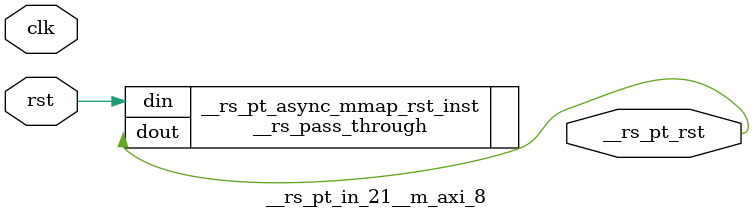
<source format=v>
`timescale 1 ns / 1 ps
/**   Generated by RapidStream   **/
module __rs_pt_in_21__m_axi_8 #(
    parameter BufferSize         = 32,
    parameter BufferSizeLog      = 5,
    parameter AddrWidth          = 64,
    parameter AxiSideAddrWidth   = 64,
    parameter DataWidth          = 512,
    parameter DataWidthBytesLog  = 6,
    parameter WaitTimeWidth      = 4,
    parameter BurstLenWidth      = 8,
    parameter EnableReadChannel  = 1,
    parameter EnableWriteChannel = 1,
    parameter MaxWaitTime        = 3,
    parameter MaxBurstLen        = 15
) (
    output wire __rs_pt_rst,
    input wire  clk,
    input wire  rst
);




__rs_pass_through #(
    .WIDTH (1)
) __rs_pt_async_mmap_rst_inst /**   Generated by RapidStream   **/ (
    .din  (rst),
    .dout (__rs_pt_rst)
);

endmodule  // __rs_pt_in_21__m_axi_8
</source>
